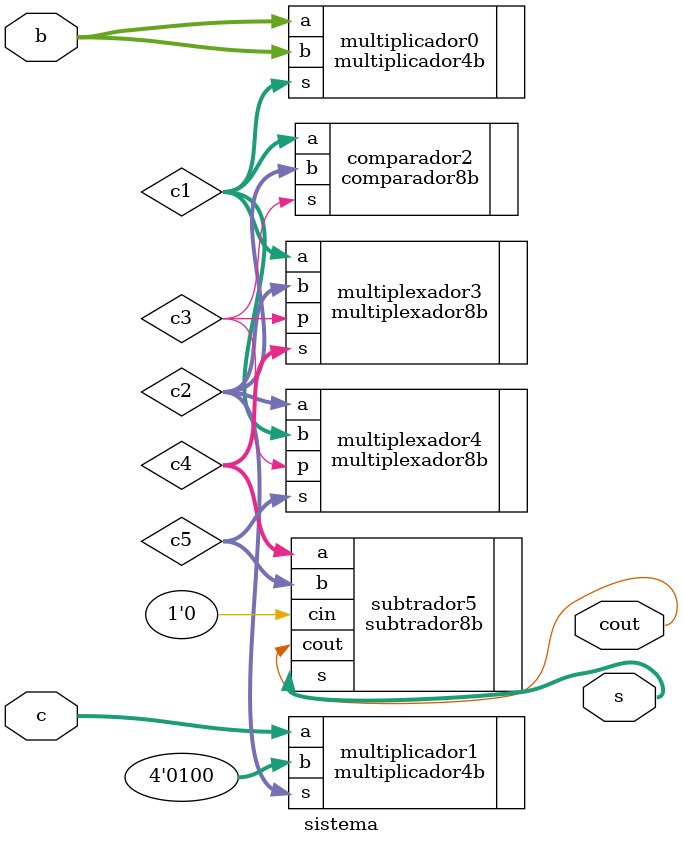
<source format=v>

module sistema ( b, c,  cout, s);
	//Descricao das entradas e saidas
	 input [3:0] b, c;			//b e c sao entradas de 4-bits              
    output cout;				// cout é uma saida de 1-bit
	 output [7:0] s;            // s é uma saida de 8 bits
	

	//Declaracao dos fios intermediarios
	 wire [7:0] c1, c2, c4, c5;
    wire c3;
    
	//Descricao do circuito - abordagem hierarquica
    multiplicador4b multiplicador0 (.a(b), .b(b), .s(c1));
    multiplicador4b multiplicador1 (.a(c), .b(4'b0100), .s(c2));
	 comparador8b comparador2 (.a(c1), .b(c2), .s(c3));
	 multiplexador8b multiplexador3 (.a(c1), .b(c2), .p(c3), .s(c4));
    multiplexador8b multiplexador4 (.a(c2), .b(c1), .p(c3), .s(c5));
    subtrador8b subtrador5 (.a(c4), .b(c5), .cin(1'b0), .s(s), .cout(cout));

endmodule

</source>
